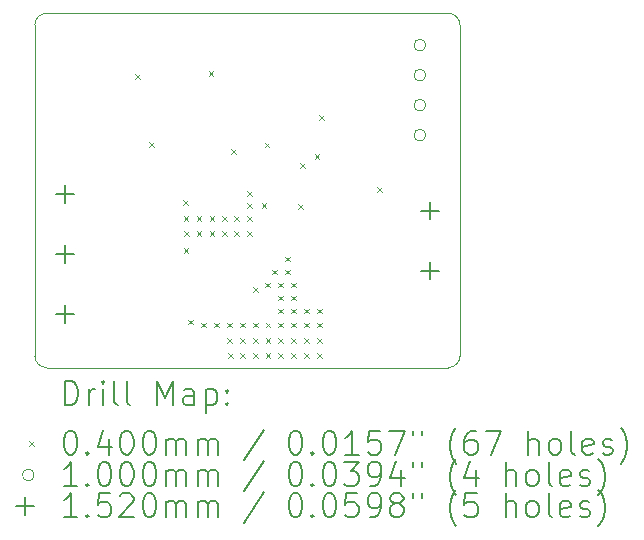
<source format=gbr>
%TF.GenerationSoftware,KiCad,Pcbnew,8.0.1*%
%TF.CreationDate,2024-03-27T22:14:37+01:00*%
%TF.ProjectId,kurumi,6b757275-6d69-42e6-9b69-6361645f7063,rev?*%
%TF.SameCoordinates,Original*%
%TF.FileFunction,Drillmap*%
%TF.FilePolarity,Positive*%
%FSLAX45Y45*%
G04 Gerber Fmt 4.5, Leading zero omitted, Abs format (unit mm)*
G04 Created by KiCad (PCBNEW 8.0.1) date 2024-03-27 22:14:37*
%MOMM*%
%LPD*%
G01*
G04 APERTURE LIST*
%ADD10C,0.100000*%
%ADD11C,0.200000*%
%ADD12C,0.152000*%
G04 APERTURE END LIST*
D10*
X4960000Y-4110000D02*
G75*
G02*
X4860000Y-4210000I-100000J0D01*
G01*
X1360000Y-4110000D02*
X1360000Y-1310000D01*
X1460000Y-4210000D02*
G75*
G02*
X1360000Y-4110000I0J100000D01*
G01*
X1460000Y-1210000D02*
X4860000Y-1210000D01*
X4860000Y-4210000D02*
X1460000Y-4210000D01*
X4860000Y-1210000D02*
G75*
G02*
X4960000Y-1310000I0J-100000D01*
G01*
X4960000Y-1310000D02*
X4960000Y-4110000D01*
X1360000Y-1310000D02*
G75*
G02*
X1460000Y-1210000I100000J0D01*
G01*
D11*
D10*
X2207500Y-1727500D02*
X2247500Y-1767500D01*
X2247500Y-1727500D02*
X2207500Y-1767500D01*
X2327000Y-2302000D02*
X2367000Y-2342000D01*
X2367000Y-2302000D02*
X2327000Y-2342000D01*
X2615000Y-2790000D02*
X2655000Y-2830000D01*
X2655000Y-2790000D02*
X2615000Y-2830000D01*
X2620000Y-2930000D02*
X2660000Y-2970000D01*
X2660000Y-2930000D02*
X2620000Y-2970000D01*
X2620000Y-3200000D02*
X2660000Y-3240000D01*
X2660000Y-3200000D02*
X2620000Y-3240000D01*
X2625000Y-3055000D02*
X2665000Y-3095000D01*
X2665000Y-3055000D02*
X2625000Y-3095000D01*
X2657500Y-3805000D02*
X2697500Y-3845000D01*
X2697500Y-3805000D02*
X2657500Y-3845000D01*
X2730000Y-2930000D02*
X2770000Y-2970000D01*
X2770000Y-2930000D02*
X2730000Y-2970000D01*
X2730000Y-3055000D02*
X2770000Y-3095000D01*
X2770000Y-3055000D02*
X2730000Y-3095000D01*
X2770000Y-3830000D02*
X2810000Y-3870000D01*
X2810000Y-3830000D02*
X2770000Y-3870000D01*
X2830963Y-1699711D02*
X2870963Y-1739711D01*
X2870963Y-1699711D02*
X2830963Y-1739711D01*
X2840000Y-2930000D02*
X2880000Y-2970000D01*
X2880000Y-2930000D02*
X2840000Y-2970000D01*
X2840000Y-3055000D02*
X2880000Y-3095000D01*
X2880000Y-3055000D02*
X2840000Y-3095000D01*
X2880000Y-3830000D02*
X2920000Y-3870000D01*
X2920000Y-3830000D02*
X2880000Y-3870000D01*
X2945000Y-2930000D02*
X2985000Y-2970000D01*
X2985000Y-2930000D02*
X2945000Y-2970000D01*
X2945000Y-3055000D02*
X2985000Y-3095000D01*
X2985000Y-3055000D02*
X2945000Y-3095000D01*
X2990000Y-3830000D02*
X3030000Y-3870000D01*
X3030000Y-3830000D02*
X2990000Y-3870000D01*
X2990000Y-3960000D02*
X3030000Y-4000000D01*
X3030000Y-3960000D02*
X2990000Y-4000000D01*
X2995000Y-4085000D02*
X3035000Y-4125000D01*
X3035000Y-4085000D02*
X2995000Y-4125000D01*
X3020000Y-2360000D02*
X3060000Y-2400000D01*
X3060000Y-2360000D02*
X3020000Y-2400000D01*
X3050000Y-2930000D02*
X3090000Y-2970000D01*
X3090000Y-2930000D02*
X3050000Y-2970000D01*
X3050000Y-3055000D02*
X3090000Y-3095000D01*
X3090000Y-3055000D02*
X3050000Y-3095000D01*
X3100000Y-3830000D02*
X3140000Y-3870000D01*
X3140000Y-3830000D02*
X3100000Y-3870000D01*
X3100000Y-3960000D02*
X3140000Y-4000000D01*
X3140000Y-3960000D02*
X3100000Y-4000000D01*
X3100000Y-4085000D02*
X3140000Y-4125000D01*
X3140000Y-4085000D02*
X3100000Y-4125000D01*
X3160000Y-2715000D02*
X3200000Y-2755000D01*
X3200000Y-2715000D02*
X3160000Y-2755000D01*
X3160000Y-2820000D02*
X3200000Y-2860000D01*
X3200000Y-2820000D02*
X3160000Y-2860000D01*
X3160000Y-2930000D02*
X3200000Y-2970000D01*
X3200000Y-2930000D02*
X3160000Y-2970000D01*
X3160000Y-3055000D02*
X3200000Y-3095000D01*
X3200000Y-3055000D02*
X3160000Y-3095000D01*
X3210000Y-3530000D02*
X3250000Y-3570000D01*
X3250000Y-3530000D02*
X3210000Y-3570000D01*
X3210000Y-3830000D02*
X3250000Y-3870000D01*
X3250000Y-3830000D02*
X3210000Y-3870000D01*
X3210000Y-3960000D02*
X3250000Y-4000000D01*
X3250000Y-3960000D02*
X3210000Y-4000000D01*
X3210000Y-4085000D02*
X3250000Y-4125000D01*
X3250000Y-4085000D02*
X3210000Y-4125000D01*
X3280000Y-2820000D02*
X3320000Y-2860000D01*
X3320000Y-2820000D02*
X3280000Y-2860000D01*
X3305000Y-2305000D02*
X3345000Y-2345000D01*
X3345000Y-2305000D02*
X3305000Y-2345000D01*
X3310000Y-3490000D02*
X3350000Y-3530000D01*
X3350000Y-3490000D02*
X3310000Y-3530000D01*
X3315000Y-3830000D02*
X3355000Y-3870000D01*
X3355000Y-3830000D02*
X3315000Y-3870000D01*
X3315000Y-3960000D02*
X3355000Y-4000000D01*
X3355000Y-3960000D02*
X3315000Y-4000000D01*
X3315000Y-4085000D02*
X3355000Y-4125000D01*
X3355000Y-4085000D02*
X3315000Y-4125000D01*
X3370000Y-3380000D02*
X3410000Y-3420000D01*
X3410000Y-3380000D02*
X3370000Y-3420000D01*
X3420000Y-3490000D02*
X3460000Y-3530000D01*
X3460000Y-3490000D02*
X3420000Y-3530000D01*
X3420000Y-3600000D02*
X3460000Y-3640000D01*
X3460000Y-3600000D02*
X3420000Y-3640000D01*
X3420000Y-3710000D02*
X3460000Y-3750000D01*
X3460000Y-3710000D02*
X3420000Y-3750000D01*
X3420000Y-3830000D02*
X3460000Y-3870000D01*
X3460000Y-3830000D02*
X3420000Y-3870000D01*
X3420000Y-3960000D02*
X3460000Y-4000000D01*
X3460000Y-3960000D02*
X3420000Y-4000000D01*
X3420000Y-4085000D02*
X3460000Y-4125000D01*
X3460000Y-4085000D02*
X3420000Y-4125000D01*
X3480000Y-3270000D02*
X3520000Y-3310000D01*
X3520000Y-3270000D02*
X3480000Y-3310000D01*
X3480000Y-3380000D02*
X3520000Y-3420000D01*
X3520000Y-3380000D02*
X3480000Y-3420000D01*
X3530000Y-3490000D02*
X3570000Y-3530000D01*
X3570000Y-3490000D02*
X3530000Y-3530000D01*
X3530000Y-3600000D02*
X3570000Y-3640000D01*
X3570000Y-3600000D02*
X3530000Y-3640000D01*
X3530000Y-3710000D02*
X3570000Y-3750000D01*
X3570000Y-3710000D02*
X3530000Y-3750000D01*
X3530000Y-3830000D02*
X3570000Y-3870000D01*
X3570000Y-3830000D02*
X3530000Y-3870000D01*
X3530000Y-3960000D02*
X3570000Y-4000000D01*
X3570000Y-3960000D02*
X3530000Y-4000000D01*
X3530000Y-4085000D02*
X3570000Y-4125000D01*
X3570000Y-4085000D02*
X3530000Y-4125000D01*
X3590000Y-2825000D02*
X3630000Y-2865000D01*
X3630000Y-2825000D02*
X3590000Y-2865000D01*
X3605000Y-2480000D02*
X3645000Y-2520000D01*
X3645000Y-2480000D02*
X3605000Y-2520000D01*
X3640000Y-3710000D02*
X3680000Y-3750000D01*
X3680000Y-3710000D02*
X3640000Y-3750000D01*
X3640000Y-3830000D02*
X3680000Y-3870000D01*
X3680000Y-3830000D02*
X3640000Y-3870000D01*
X3640000Y-3960000D02*
X3680000Y-4000000D01*
X3680000Y-3960000D02*
X3640000Y-4000000D01*
X3640000Y-4085000D02*
X3680000Y-4125000D01*
X3680000Y-4085000D02*
X3640000Y-4125000D01*
X3730000Y-2400000D02*
X3770000Y-2440000D01*
X3770000Y-2400000D02*
X3730000Y-2440000D01*
X3750000Y-3710000D02*
X3790000Y-3750000D01*
X3790000Y-3710000D02*
X3750000Y-3750000D01*
X3750000Y-3830000D02*
X3790000Y-3870000D01*
X3790000Y-3830000D02*
X3750000Y-3870000D01*
X3750000Y-3960000D02*
X3790000Y-4000000D01*
X3790000Y-3960000D02*
X3750000Y-4000000D01*
X3750000Y-4085000D02*
X3790000Y-4125000D01*
X3790000Y-4085000D02*
X3750000Y-4125000D01*
X3765000Y-2070000D02*
X3805000Y-2110000D01*
X3805000Y-2070000D02*
X3765000Y-2110000D01*
X4260000Y-2680000D02*
X4300000Y-2720000D01*
X4300000Y-2680000D02*
X4260000Y-2720000D01*
X4670000Y-1480000D02*
G75*
G02*
X4570000Y-1480000I-50000J0D01*
G01*
X4570000Y-1480000D02*
G75*
G02*
X4670000Y-1480000I50000J0D01*
G01*
X4670000Y-1734000D02*
G75*
G02*
X4570000Y-1734000I-50000J0D01*
G01*
X4570000Y-1734000D02*
G75*
G02*
X4670000Y-1734000I50000J0D01*
G01*
X4670000Y-1988000D02*
G75*
G02*
X4570000Y-1988000I-50000J0D01*
G01*
X4570000Y-1988000D02*
G75*
G02*
X4670000Y-1988000I50000J0D01*
G01*
X4670000Y-2242000D02*
G75*
G02*
X4570000Y-2242000I-50000J0D01*
G01*
X4570000Y-2242000D02*
G75*
G02*
X4670000Y-2242000I50000J0D01*
G01*
D12*
X1615000Y-2666000D02*
X1615000Y-2818000D01*
X1539000Y-2742000D02*
X1691000Y-2742000D01*
X1615000Y-3174000D02*
X1615000Y-3326000D01*
X1539000Y-3250000D02*
X1691000Y-3250000D01*
X1615000Y-3682000D02*
X1615000Y-3834000D01*
X1539000Y-3758000D02*
X1691000Y-3758000D01*
X4710000Y-2804000D02*
X4710000Y-2956000D01*
X4634000Y-2880000D02*
X4786000Y-2880000D01*
X4710000Y-3312000D02*
X4710000Y-3464000D01*
X4634000Y-3388000D02*
X4786000Y-3388000D01*
D11*
X1615777Y-4526484D02*
X1615777Y-4326484D01*
X1615777Y-4326484D02*
X1663396Y-4326484D01*
X1663396Y-4326484D02*
X1691967Y-4336008D01*
X1691967Y-4336008D02*
X1711015Y-4355055D01*
X1711015Y-4355055D02*
X1720539Y-4374103D01*
X1720539Y-4374103D02*
X1730062Y-4412198D01*
X1730062Y-4412198D02*
X1730062Y-4440770D01*
X1730062Y-4440770D02*
X1720539Y-4478865D01*
X1720539Y-4478865D02*
X1711015Y-4497912D01*
X1711015Y-4497912D02*
X1691967Y-4516960D01*
X1691967Y-4516960D02*
X1663396Y-4526484D01*
X1663396Y-4526484D02*
X1615777Y-4526484D01*
X1815777Y-4526484D02*
X1815777Y-4393150D01*
X1815777Y-4431246D02*
X1825301Y-4412198D01*
X1825301Y-4412198D02*
X1834824Y-4402674D01*
X1834824Y-4402674D02*
X1853872Y-4393150D01*
X1853872Y-4393150D02*
X1872920Y-4393150D01*
X1939586Y-4526484D02*
X1939586Y-4393150D01*
X1939586Y-4326484D02*
X1930062Y-4336008D01*
X1930062Y-4336008D02*
X1939586Y-4345531D01*
X1939586Y-4345531D02*
X1949110Y-4336008D01*
X1949110Y-4336008D02*
X1939586Y-4326484D01*
X1939586Y-4326484D02*
X1939586Y-4345531D01*
X2063396Y-4526484D02*
X2044348Y-4516960D01*
X2044348Y-4516960D02*
X2034824Y-4497912D01*
X2034824Y-4497912D02*
X2034824Y-4326484D01*
X2168158Y-4526484D02*
X2149110Y-4516960D01*
X2149110Y-4516960D02*
X2139586Y-4497912D01*
X2139586Y-4497912D02*
X2139586Y-4326484D01*
X2396729Y-4526484D02*
X2396729Y-4326484D01*
X2396729Y-4326484D02*
X2463396Y-4469341D01*
X2463396Y-4469341D02*
X2530063Y-4326484D01*
X2530063Y-4326484D02*
X2530063Y-4526484D01*
X2711015Y-4526484D02*
X2711015Y-4421722D01*
X2711015Y-4421722D02*
X2701491Y-4402674D01*
X2701491Y-4402674D02*
X2682444Y-4393150D01*
X2682444Y-4393150D02*
X2644348Y-4393150D01*
X2644348Y-4393150D02*
X2625301Y-4402674D01*
X2711015Y-4516960D02*
X2691967Y-4526484D01*
X2691967Y-4526484D02*
X2644348Y-4526484D01*
X2644348Y-4526484D02*
X2625301Y-4516960D01*
X2625301Y-4516960D02*
X2615777Y-4497912D01*
X2615777Y-4497912D02*
X2615777Y-4478865D01*
X2615777Y-4478865D02*
X2625301Y-4459817D01*
X2625301Y-4459817D02*
X2644348Y-4450293D01*
X2644348Y-4450293D02*
X2691967Y-4450293D01*
X2691967Y-4450293D02*
X2711015Y-4440770D01*
X2806253Y-4393150D02*
X2806253Y-4593150D01*
X2806253Y-4402674D02*
X2825301Y-4393150D01*
X2825301Y-4393150D02*
X2863396Y-4393150D01*
X2863396Y-4393150D02*
X2882443Y-4402674D01*
X2882443Y-4402674D02*
X2891967Y-4412198D01*
X2891967Y-4412198D02*
X2901491Y-4431246D01*
X2901491Y-4431246D02*
X2901491Y-4488389D01*
X2901491Y-4488389D02*
X2891967Y-4507436D01*
X2891967Y-4507436D02*
X2882443Y-4516960D01*
X2882443Y-4516960D02*
X2863396Y-4526484D01*
X2863396Y-4526484D02*
X2825301Y-4526484D01*
X2825301Y-4526484D02*
X2806253Y-4516960D01*
X2987205Y-4507436D02*
X2996729Y-4516960D01*
X2996729Y-4516960D02*
X2987205Y-4526484D01*
X2987205Y-4526484D02*
X2977682Y-4516960D01*
X2977682Y-4516960D02*
X2987205Y-4507436D01*
X2987205Y-4507436D02*
X2987205Y-4526484D01*
X2987205Y-4402674D02*
X2996729Y-4412198D01*
X2996729Y-4412198D02*
X2987205Y-4421722D01*
X2987205Y-4421722D02*
X2977682Y-4412198D01*
X2977682Y-4412198D02*
X2987205Y-4402674D01*
X2987205Y-4402674D02*
X2987205Y-4421722D01*
D10*
X1315000Y-4835000D02*
X1355000Y-4875000D01*
X1355000Y-4835000D02*
X1315000Y-4875000D01*
D11*
X1653872Y-4746484D02*
X1672920Y-4746484D01*
X1672920Y-4746484D02*
X1691967Y-4756008D01*
X1691967Y-4756008D02*
X1701491Y-4765531D01*
X1701491Y-4765531D02*
X1711015Y-4784579D01*
X1711015Y-4784579D02*
X1720539Y-4822674D01*
X1720539Y-4822674D02*
X1720539Y-4870293D01*
X1720539Y-4870293D02*
X1711015Y-4908389D01*
X1711015Y-4908389D02*
X1701491Y-4927436D01*
X1701491Y-4927436D02*
X1691967Y-4936960D01*
X1691967Y-4936960D02*
X1672920Y-4946484D01*
X1672920Y-4946484D02*
X1653872Y-4946484D01*
X1653872Y-4946484D02*
X1634824Y-4936960D01*
X1634824Y-4936960D02*
X1625301Y-4927436D01*
X1625301Y-4927436D02*
X1615777Y-4908389D01*
X1615777Y-4908389D02*
X1606253Y-4870293D01*
X1606253Y-4870293D02*
X1606253Y-4822674D01*
X1606253Y-4822674D02*
X1615777Y-4784579D01*
X1615777Y-4784579D02*
X1625301Y-4765531D01*
X1625301Y-4765531D02*
X1634824Y-4756008D01*
X1634824Y-4756008D02*
X1653872Y-4746484D01*
X1806253Y-4927436D02*
X1815777Y-4936960D01*
X1815777Y-4936960D02*
X1806253Y-4946484D01*
X1806253Y-4946484D02*
X1796729Y-4936960D01*
X1796729Y-4936960D02*
X1806253Y-4927436D01*
X1806253Y-4927436D02*
X1806253Y-4946484D01*
X1987205Y-4813150D02*
X1987205Y-4946484D01*
X1939586Y-4736960D02*
X1891967Y-4879817D01*
X1891967Y-4879817D02*
X2015777Y-4879817D01*
X2130063Y-4746484D02*
X2149110Y-4746484D01*
X2149110Y-4746484D02*
X2168158Y-4756008D01*
X2168158Y-4756008D02*
X2177682Y-4765531D01*
X2177682Y-4765531D02*
X2187205Y-4784579D01*
X2187205Y-4784579D02*
X2196729Y-4822674D01*
X2196729Y-4822674D02*
X2196729Y-4870293D01*
X2196729Y-4870293D02*
X2187205Y-4908389D01*
X2187205Y-4908389D02*
X2177682Y-4927436D01*
X2177682Y-4927436D02*
X2168158Y-4936960D01*
X2168158Y-4936960D02*
X2149110Y-4946484D01*
X2149110Y-4946484D02*
X2130063Y-4946484D01*
X2130063Y-4946484D02*
X2111015Y-4936960D01*
X2111015Y-4936960D02*
X2101491Y-4927436D01*
X2101491Y-4927436D02*
X2091967Y-4908389D01*
X2091967Y-4908389D02*
X2082443Y-4870293D01*
X2082443Y-4870293D02*
X2082443Y-4822674D01*
X2082443Y-4822674D02*
X2091967Y-4784579D01*
X2091967Y-4784579D02*
X2101491Y-4765531D01*
X2101491Y-4765531D02*
X2111015Y-4756008D01*
X2111015Y-4756008D02*
X2130063Y-4746484D01*
X2320539Y-4746484D02*
X2339586Y-4746484D01*
X2339586Y-4746484D02*
X2358634Y-4756008D01*
X2358634Y-4756008D02*
X2368158Y-4765531D01*
X2368158Y-4765531D02*
X2377682Y-4784579D01*
X2377682Y-4784579D02*
X2387205Y-4822674D01*
X2387205Y-4822674D02*
X2387205Y-4870293D01*
X2387205Y-4870293D02*
X2377682Y-4908389D01*
X2377682Y-4908389D02*
X2368158Y-4927436D01*
X2368158Y-4927436D02*
X2358634Y-4936960D01*
X2358634Y-4936960D02*
X2339586Y-4946484D01*
X2339586Y-4946484D02*
X2320539Y-4946484D01*
X2320539Y-4946484D02*
X2301491Y-4936960D01*
X2301491Y-4936960D02*
X2291967Y-4927436D01*
X2291967Y-4927436D02*
X2282444Y-4908389D01*
X2282444Y-4908389D02*
X2272920Y-4870293D01*
X2272920Y-4870293D02*
X2272920Y-4822674D01*
X2272920Y-4822674D02*
X2282444Y-4784579D01*
X2282444Y-4784579D02*
X2291967Y-4765531D01*
X2291967Y-4765531D02*
X2301491Y-4756008D01*
X2301491Y-4756008D02*
X2320539Y-4746484D01*
X2472920Y-4946484D02*
X2472920Y-4813150D01*
X2472920Y-4832198D02*
X2482444Y-4822674D01*
X2482444Y-4822674D02*
X2501491Y-4813150D01*
X2501491Y-4813150D02*
X2530063Y-4813150D01*
X2530063Y-4813150D02*
X2549110Y-4822674D01*
X2549110Y-4822674D02*
X2558634Y-4841722D01*
X2558634Y-4841722D02*
X2558634Y-4946484D01*
X2558634Y-4841722D02*
X2568158Y-4822674D01*
X2568158Y-4822674D02*
X2587205Y-4813150D01*
X2587205Y-4813150D02*
X2615777Y-4813150D01*
X2615777Y-4813150D02*
X2634825Y-4822674D01*
X2634825Y-4822674D02*
X2644348Y-4841722D01*
X2644348Y-4841722D02*
X2644348Y-4946484D01*
X2739586Y-4946484D02*
X2739586Y-4813150D01*
X2739586Y-4832198D02*
X2749110Y-4822674D01*
X2749110Y-4822674D02*
X2768158Y-4813150D01*
X2768158Y-4813150D02*
X2796729Y-4813150D01*
X2796729Y-4813150D02*
X2815777Y-4822674D01*
X2815777Y-4822674D02*
X2825301Y-4841722D01*
X2825301Y-4841722D02*
X2825301Y-4946484D01*
X2825301Y-4841722D02*
X2834824Y-4822674D01*
X2834824Y-4822674D02*
X2853872Y-4813150D01*
X2853872Y-4813150D02*
X2882443Y-4813150D01*
X2882443Y-4813150D02*
X2901491Y-4822674D01*
X2901491Y-4822674D02*
X2911015Y-4841722D01*
X2911015Y-4841722D02*
X2911015Y-4946484D01*
X3301491Y-4736960D02*
X3130063Y-4994103D01*
X3558634Y-4746484D02*
X3577682Y-4746484D01*
X3577682Y-4746484D02*
X3596729Y-4756008D01*
X3596729Y-4756008D02*
X3606253Y-4765531D01*
X3606253Y-4765531D02*
X3615777Y-4784579D01*
X3615777Y-4784579D02*
X3625301Y-4822674D01*
X3625301Y-4822674D02*
X3625301Y-4870293D01*
X3625301Y-4870293D02*
X3615777Y-4908389D01*
X3615777Y-4908389D02*
X3606253Y-4927436D01*
X3606253Y-4927436D02*
X3596729Y-4936960D01*
X3596729Y-4936960D02*
X3577682Y-4946484D01*
X3577682Y-4946484D02*
X3558634Y-4946484D01*
X3558634Y-4946484D02*
X3539586Y-4936960D01*
X3539586Y-4936960D02*
X3530063Y-4927436D01*
X3530063Y-4927436D02*
X3520539Y-4908389D01*
X3520539Y-4908389D02*
X3511015Y-4870293D01*
X3511015Y-4870293D02*
X3511015Y-4822674D01*
X3511015Y-4822674D02*
X3520539Y-4784579D01*
X3520539Y-4784579D02*
X3530063Y-4765531D01*
X3530063Y-4765531D02*
X3539586Y-4756008D01*
X3539586Y-4756008D02*
X3558634Y-4746484D01*
X3711015Y-4927436D02*
X3720539Y-4936960D01*
X3720539Y-4936960D02*
X3711015Y-4946484D01*
X3711015Y-4946484D02*
X3701491Y-4936960D01*
X3701491Y-4936960D02*
X3711015Y-4927436D01*
X3711015Y-4927436D02*
X3711015Y-4946484D01*
X3844348Y-4746484D02*
X3863396Y-4746484D01*
X3863396Y-4746484D02*
X3882444Y-4756008D01*
X3882444Y-4756008D02*
X3891967Y-4765531D01*
X3891967Y-4765531D02*
X3901491Y-4784579D01*
X3901491Y-4784579D02*
X3911015Y-4822674D01*
X3911015Y-4822674D02*
X3911015Y-4870293D01*
X3911015Y-4870293D02*
X3901491Y-4908389D01*
X3901491Y-4908389D02*
X3891967Y-4927436D01*
X3891967Y-4927436D02*
X3882444Y-4936960D01*
X3882444Y-4936960D02*
X3863396Y-4946484D01*
X3863396Y-4946484D02*
X3844348Y-4946484D01*
X3844348Y-4946484D02*
X3825301Y-4936960D01*
X3825301Y-4936960D02*
X3815777Y-4927436D01*
X3815777Y-4927436D02*
X3806253Y-4908389D01*
X3806253Y-4908389D02*
X3796729Y-4870293D01*
X3796729Y-4870293D02*
X3796729Y-4822674D01*
X3796729Y-4822674D02*
X3806253Y-4784579D01*
X3806253Y-4784579D02*
X3815777Y-4765531D01*
X3815777Y-4765531D02*
X3825301Y-4756008D01*
X3825301Y-4756008D02*
X3844348Y-4746484D01*
X4101491Y-4946484D02*
X3987206Y-4946484D01*
X4044348Y-4946484D02*
X4044348Y-4746484D01*
X4044348Y-4746484D02*
X4025301Y-4775055D01*
X4025301Y-4775055D02*
X4006253Y-4794103D01*
X4006253Y-4794103D02*
X3987206Y-4803627D01*
X4282444Y-4746484D02*
X4187206Y-4746484D01*
X4187206Y-4746484D02*
X4177682Y-4841722D01*
X4177682Y-4841722D02*
X4187206Y-4832198D01*
X4187206Y-4832198D02*
X4206253Y-4822674D01*
X4206253Y-4822674D02*
X4253872Y-4822674D01*
X4253872Y-4822674D02*
X4272920Y-4832198D01*
X4272920Y-4832198D02*
X4282444Y-4841722D01*
X4282444Y-4841722D02*
X4291968Y-4860770D01*
X4291968Y-4860770D02*
X4291968Y-4908389D01*
X4291968Y-4908389D02*
X4282444Y-4927436D01*
X4282444Y-4927436D02*
X4272920Y-4936960D01*
X4272920Y-4936960D02*
X4253872Y-4946484D01*
X4253872Y-4946484D02*
X4206253Y-4946484D01*
X4206253Y-4946484D02*
X4187206Y-4936960D01*
X4187206Y-4936960D02*
X4177682Y-4927436D01*
X4358634Y-4746484D02*
X4491968Y-4746484D01*
X4491968Y-4746484D02*
X4406253Y-4946484D01*
X4558634Y-4746484D02*
X4558634Y-4784579D01*
X4634825Y-4746484D02*
X4634825Y-4784579D01*
X4930063Y-5022674D02*
X4920539Y-5013150D01*
X4920539Y-5013150D02*
X4901491Y-4984579D01*
X4901491Y-4984579D02*
X4891968Y-4965531D01*
X4891968Y-4965531D02*
X4882444Y-4936960D01*
X4882444Y-4936960D02*
X4872920Y-4889341D01*
X4872920Y-4889341D02*
X4872920Y-4851246D01*
X4872920Y-4851246D02*
X4882444Y-4803627D01*
X4882444Y-4803627D02*
X4891968Y-4775055D01*
X4891968Y-4775055D02*
X4901491Y-4756008D01*
X4901491Y-4756008D02*
X4920539Y-4727436D01*
X4920539Y-4727436D02*
X4930063Y-4717912D01*
X5091968Y-4746484D02*
X5053872Y-4746484D01*
X5053872Y-4746484D02*
X5034825Y-4756008D01*
X5034825Y-4756008D02*
X5025301Y-4765531D01*
X5025301Y-4765531D02*
X5006253Y-4794103D01*
X5006253Y-4794103D02*
X4996730Y-4832198D01*
X4996730Y-4832198D02*
X4996730Y-4908389D01*
X4996730Y-4908389D02*
X5006253Y-4927436D01*
X5006253Y-4927436D02*
X5015777Y-4936960D01*
X5015777Y-4936960D02*
X5034825Y-4946484D01*
X5034825Y-4946484D02*
X5072920Y-4946484D01*
X5072920Y-4946484D02*
X5091968Y-4936960D01*
X5091968Y-4936960D02*
X5101491Y-4927436D01*
X5101491Y-4927436D02*
X5111015Y-4908389D01*
X5111015Y-4908389D02*
X5111015Y-4860770D01*
X5111015Y-4860770D02*
X5101491Y-4841722D01*
X5101491Y-4841722D02*
X5091968Y-4832198D01*
X5091968Y-4832198D02*
X5072920Y-4822674D01*
X5072920Y-4822674D02*
X5034825Y-4822674D01*
X5034825Y-4822674D02*
X5015777Y-4832198D01*
X5015777Y-4832198D02*
X5006253Y-4841722D01*
X5006253Y-4841722D02*
X4996730Y-4860770D01*
X5177682Y-4746484D02*
X5311015Y-4746484D01*
X5311015Y-4746484D02*
X5225301Y-4946484D01*
X5539587Y-4946484D02*
X5539587Y-4746484D01*
X5625301Y-4946484D02*
X5625301Y-4841722D01*
X5625301Y-4841722D02*
X5615777Y-4822674D01*
X5615777Y-4822674D02*
X5596730Y-4813150D01*
X5596730Y-4813150D02*
X5568158Y-4813150D01*
X5568158Y-4813150D02*
X5549111Y-4822674D01*
X5549111Y-4822674D02*
X5539587Y-4832198D01*
X5749110Y-4946484D02*
X5730063Y-4936960D01*
X5730063Y-4936960D02*
X5720539Y-4927436D01*
X5720539Y-4927436D02*
X5711015Y-4908389D01*
X5711015Y-4908389D02*
X5711015Y-4851246D01*
X5711015Y-4851246D02*
X5720539Y-4832198D01*
X5720539Y-4832198D02*
X5730063Y-4822674D01*
X5730063Y-4822674D02*
X5749110Y-4813150D01*
X5749110Y-4813150D02*
X5777682Y-4813150D01*
X5777682Y-4813150D02*
X5796730Y-4822674D01*
X5796730Y-4822674D02*
X5806253Y-4832198D01*
X5806253Y-4832198D02*
X5815777Y-4851246D01*
X5815777Y-4851246D02*
X5815777Y-4908389D01*
X5815777Y-4908389D02*
X5806253Y-4927436D01*
X5806253Y-4927436D02*
X5796730Y-4936960D01*
X5796730Y-4936960D02*
X5777682Y-4946484D01*
X5777682Y-4946484D02*
X5749110Y-4946484D01*
X5930063Y-4946484D02*
X5911015Y-4936960D01*
X5911015Y-4936960D02*
X5901491Y-4917912D01*
X5901491Y-4917912D02*
X5901491Y-4746484D01*
X6082444Y-4936960D02*
X6063396Y-4946484D01*
X6063396Y-4946484D02*
X6025301Y-4946484D01*
X6025301Y-4946484D02*
X6006253Y-4936960D01*
X6006253Y-4936960D02*
X5996730Y-4917912D01*
X5996730Y-4917912D02*
X5996730Y-4841722D01*
X5996730Y-4841722D02*
X6006253Y-4822674D01*
X6006253Y-4822674D02*
X6025301Y-4813150D01*
X6025301Y-4813150D02*
X6063396Y-4813150D01*
X6063396Y-4813150D02*
X6082444Y-4822674D01*
X6082444Y-4822674D02*
X6091968Y-4841722D01*
X6091968Y-4841722D02*
X6091968Y-4860770D01*
X6091968Y-4860770D02*
X5996730Y-4879817D01*
X6168158Y-4936960D02*
X6187206Y-4946484D01*
X6187206Y-4946484D02*
X6225301Y-4946484D01*
X6225301Y-4946484D02*
X6244349Y-4936960D01*
X6244349Y-4936960D02*
X6253872Y-4917912D01*
X6253872Y-4917912D02*
X6253872Y-4908389D01*
X6253872Y-4908389D02*
X6244349Y-4889341D01*
X6244349Y-4889341D02*
X6225301Y-4879817D01*
X6225301Y-4879817D02*
X6196730Y-4879817D01*
X6196730Y-4879817D02*
X6177682Y-4870293D01*
X6177682Y-4870293D02*
X6168158Y-4851246D01*
X6168158Y-4851246D02*
X6168158Y-4841722D01*
X6168158Y-4841722D02*
X6177682Y-4822674D01*
X6177682Y-4822674D02*
X6196730Y-4813150D01*
X6196730Y-4813150D02*
X6225301Y-4813150D01*
X6225301Y-4813150D02*
X6244349Y-4822674D01*
X6320539Y-5022674D02*
X6330063Y-5013150D01*
X6330063Y-5013150D02*
X6349111Y-4984579D01*
X6349111Y-4984579D02*
X6358634Y-4965531D01*
X6358634Y-4965531D02*
X6368158Y-4936960D01*
X6368158Y-4936960D02*
X6377682Y-4889341D01*
X6377682Y-4889341D02*
X6377682Y-4851246D01*
X6377682Y-4851246D02*
X6368158Y-4803627D01*
X6368158Y-4803627D02*
X6358634Y-4775055D01*
X6358634Y-4775055D02*
X6349111Y-4756008D01*
X6349111Y-4756008D02*
X6330063Y-4727436D01*
X6330063Y-4727436D02*
X6320539Y-4717912D01*
D10*
X1355000Y-5119000D02*
G75*
G02*
X1255000Y-5119000I-50000J0D01*
G01*
X1255000Y-5119000D02*
G75*
G02*
X1355000Y-5119000I50000J0D01*
G01*
D11*
X1720539Y-5210484D02*
X1606253Y-5210484D01*
X1663396Y-5210484D02*
X1663396Y-5010484D01*
X1663396Y-5010484D02*
X1644348Y-5039055D01*
X1644348Y-5039055D02*
X1625301Y-5058103D01*
X1625301Y-5058103D02*
X1606253Y-5067627D01*
X1806253Y-5191436D02*
X1815777Y-5200960D01*
X1815777Y-5200960D02*
X1806253Y-5210484D01*
X1806253Y-5210484D02*
X1796729Y-5200960D01*
X1796729Y-5200960D02*
X1806253Y-5191436D01*
X1806253Y-5191436D02*
X1806253Y-5210484D01*
X1939586Y-5010484D02*
X1958634Y-5010484D01*
X1958634Y-5010484D02*
X1977682Y-5020008D01*
X1977682Y-5020008D02*
X1987205Y-5029531D01*
X1987205Y-5029531D02*
X1996729Y-5048579D01*
X1996729Y-5048579D02*
X2006253Y-5086674D01*
X2006253Y-5086674D02*
X2006253Y-5134293D01*
X2006253Y-5134293D02*
X1996729Y-5172389D01*
X1996729Y-5172389D02*
X1987205Y-5191436D01*
X1987205Y-5191436D02*
X1977682Y-5200960D01*
X1977682Y-5200960D02*
X1958634Y-5210484D01*
X1958634Y-5210484D02*
X1939586Y-5210484D01*
X1939586Y-5210484D02*
X1920539Y-5200960D01*
X1920539Y-5200960D02*
X1911015Y-5191436D01*
X1911015Y-5191436D02*
X1901491Y-5172389D01*
X1901491Y-5172389D02*
X1891967Y-5134293D01*
X1891967Y-5134293D02*
X1891967Y-5086674D01*
X1891967Y-5086674D02*
X1901491Y-5048579D01*
X1901491Y-5048579D02*
X1911015Y-5029531D01*
X1911015Y-5029531D02*
X1920539Y-5020008D01*
X1920539Y-5020008D02*
X1939586Y-5010484D01*
X2130063Y-5010484D02*
X2149110Y-5010484D01*
X2149110Y-5010484D02*
X2168158Y-5020008D01*
X2168158Y-5020008D02*
X2177682Y-5029531D01*
X2177682Y-5029531D02*
X2187205Y-5048579D01*
X2187205Y-5048579D02*
X2196729Y-5086674D01*
X2196729Y-5086674D02*
X2196729Y-5134293D01*
X2196729Y-5134293D02*
X2187205Y-5172389D01*
X2187205Y-5172389D02*
X2177682Y-5191436D01*
X2177682Y-5191436D02*
X2168158Y-5200960D01*
X2168158Y-5200960D02*
X2149110Y-5210484D01*
X2149110Y-5210484D02*
X2130063Y-5210484D01*
X2130063Y-5210484D02*
X2111015Y-5200960D01*
X2111015Y-5200960D02*
X2101491Y-5191436D01*
X2101491Y-5191436D02*
X2091967Y-5172389D01*
X2091967Y-5172389D02*
X2082443Y-5134293D01*
X2082443Y-5134293D02*
X2082443Y-5086674D01*
X2082443Y-5086674D02*
X2091967Y-5048579D01*
X2091967Y-5048579D02*
X2101491Y-5029531D01*
X2101491Y-5029531D02*
X2111015Y-5020008D01*
X2111015Y-5020008D02*
X2130063Y-5010484D01*
X2320539Y-5010484D02*
X2339586Y-5010484D01*
X2339586Y-5010484D02*
X2358634Y-5020008D01*
X2358634Y-5020008D02*
X2368158Y-5029531D01*
X2368158Y-5029531D02*
X2377682Y-5048579D01*
X2377682Y-5048579D02*
X2387205Y-5086674D01*
X2387205Y-5086674D02*
X2387205Y-5134293D01*
X2387205Y-5134293D02*
X2377682Y-5172389D01*
X2377682Y-5172389D02*
X2368158Y-5191436D01*
X2368158Y-5191436D02*
X2358634Y-5200960D01*
X2358634Y-5200960D02*
X2339586Y-5210484D01*
X2339586Y-5210484D02*
X2320539Y-5210484D01*
X2320539Y-5210484D02*
X2301491Y-5200960D01*
X2301491Y-5200960D02*
X2291967Y-5191436D01*
X2291967Y-5191436D02*
X2282444Y-5172389D01*
X2282444Y-5172389D02*
X2272920Y-5134293D01*
X2272920Y-5134293D02*
X2272920Y-5086674D01*
X2272920Y-5086674D02*
X2282444Y-5048579D01*
X2282444Y-5048579D02*
X2291967Y-5029531D01*
X2291967Y-5029531D02*
X2301491Y-5020008D01*
X2301491Y-5020008D02*
X2320539Y-5010484D01*
X2472920Y-5210484D02*
X2472920Y-5077150D01*
X2472920Y-5096198D02*
X2482444Y-5086674D01*
X2482444Y-5086674D02*
X2501491Y-5077150D01*
X2501491Y-5077150D02*
X2530063Y-5077150D01*
X2530063Y-5077150D02*
X2549110Y-5086674D01*
X2549110Y-5086674D02*
X2558634Y-5105722D01*
X2558634Y-5105722D02*
X2558634Y-5210484D01*
X2558634Y-5105722D02*
X2568158Y-5086674D01*
X2568158Y-5086674D02*
X2587205Y-5077150D01*
X2587205Y-5077150D02*
X2615777Y-5077150D01*
X2615777Y-5077150D02*
X2634825Y-5086674D01*
X2634825Y-5086674D02*
X2644348Y-5105722D01*
X2644348Y-5105722D02*
X2644348Y-5210484D01*
X2739586Y-5210484D02*
X2739586Y-5077150D01*
X2739586Y-5096198D02*
X2749110Y-5086674D01*
X2749110Y-5086674D02*
X2768158Y-5077150D01*
X2768158Y-5077150D02*
X2796729Y-5077150D01*
X2796729Y-5077150D02*
X2815777Y-5086674D01*
X2815777Y-5086674D02*
X2825301Y-5105722D01*
X2825301Y-5105722D02*
X2825301Y-5210484D01*
X2825301Y-5105722D02*
X2834824Y-5086674D01*
X2834824Y-5086674D02*
X2853872Y-5077150D01*
X2853872Y-5077150D02*
X2882443Y-5077150D01*
X2882443Y-5077150D02*
X2901491Y-5086674D01*
X2901491Y-5086674D02*
X2911015Y-5105722D01*
X2911015Y-5105722D02*
X2911015Y-5210484D01*
X3301491Y-5000960D02*
X3130063Y-5258103D01*
X3558634Y-5010484D02*
X3577682Y-5010484D01*
X3577682Y-5010484D02*
X3596729Y-5020008D01*
X3596729Y-5020008D02*
X3606253Y-5029531D01*
X3606253Y-5029531D02*
X3615777Y-5048579D01*
X3615777Y-5048579D02*
X3625301Y-5086674D01*
X3625301Y-5086674D02*
X3625301Y-5134293D01*
X3625301Y-5134293D02*
X3615777Y-5172389D01*
X3615777Y-5172389D02*
X3606253Y-5191436D01*
X3606253Y-5191436D02*
X3596729Y-5200960D01*
X3596729Y-5200960D02*
X3577682Y-5210484D01*
X3577682Y-5210484D02*
X3558634Y-5210484D01*
X3558634Y-5210484D02*
X3539586Y-5200960D01*
X3539586Y-5200960D02*
X3530063Y-5191436D01*
X3530063Y-5191436D02*
X3520539Y-5172389D01*
X3520539Y-5172389D02*
X3511015Y-5134293D01*
X3511015Y-5134293D02*
X3511015Y-5086674D01*
X3511015Y-5086674D02*
X3520539Y-5048579D01*
X3520539Y-5048579D02*
X3530063Y-5029531D01*
X3530063Y-5029531D02*
X3539586Y-5020008D01*
X3539586Y-5020008D02*
X3558634Y-5010484D01*
X3711015Y-5191436D02*
X3720539Y-5200960D01*
X3720539Y-5200960D02*
X3711015Y-5210484D01*
X3711015Y-5210484D02*
X3701491Y-5200960D01*
X3701491Y-5200960D02*
X3711015Y-5191436D01*
X3711015Y-5191436D02*
X3711015Y-5210484D01*
X3844348Y-5010484D02*
X3863396Y-5010484D01*
X3863396Y-5010484D02*
X3882444Y-5020008D01*
X3882444Y-5020008D02*
X3891967Y-5029531D01*
X3891967Y-5029531D02*
X3901491Y-5048579D01*
X3901491Y-5048579D02*
X3911015Y-5086674D01*
X3911015Y-5086674D02*
X3911015Y-5134293D01*
X3911015Y-5134293D02*
X3901491Y-5172389D01*
X3901491Y-5172389D02*
X3891967Y-5191436D01*
X3891967Y-5191436D02*
X3882444Y-5200960D01*
X3882444Y-5200960D02*
X3863396Y-5210484D01*
X3863396Y-5210484D02*
X3844348Y-5210484D01*
X3844348Y-5210484D02*
X3825301Y-5200960D01*
X3825301Y-5200960D02*
X3815777Y-5191436D01*
X3815777Y-5191436D02*
X3806253Y-5172389D01*
X3806253Y-5172389D02*
X3796729Y-5134293D01*
X3796729Y-5134293D02*
X3796729Y-5086674D01*
X3796729Y-5086674D02*
X3806253Y-5048579D01*
X3806253Y-5048579D02*
X3815777Y-5029531D01*
X3815777Y-5029531D02*
X3825301Y-5020008D01*
X3825301Y-5020008D02*
X3844348Y-5010484D01*
X3977682Y-5010484D02*
X4101491Y-5010484D01*
X4101491Y-5010484D02*
X4034825Y-5086674D01*
X4034825Y-5086674D02*
X4063396Y-5086674D01*
X4063396Y-5086674D02*
X4082444Y-5096198D01*
X4082444Y-5096198D02*
X4091967Y-5105722D01*
X4091967Y-5105722D02*
X4101491Y-5124770D01*
X4101491Y-5124770D02*
X4101491Y-5172389D01*
X4101491Y-5172389D02*
X4091967Y-5191436D01*
X4091967Y-5191436D02*
X4082444Y-5200960D01*
X4082444Y-5200960D02*
X4063396Y-5210484D01*
X4063396Y-5210484D02*
X4006253Y-5210484D01*
X4006253Y-5210484D02*
X3987206Y-5200960D01*
X3987206Y-5200960D02*
X3977682Y-5191436D01*
X4196729Y-5210484D02*
X4234825Y-5210484D01*
X4234825Y-5210484D02*
X4253872Y-5200960D01*
X4253872Y-5200960D02*
X4263396Y-5191436D01*
X4263396Y-5191436D02*
X4282444Y-5162865D01*
X4282444Y-5162865D02*
X4291968Y-5124770D01*
X4291968Y-5124770D02*
X4291968Y-5048579D01*
X4291968Y-5048579D02*
X4282444Y-5029531D01*
X4282444Y-5029531D02*
X4272920Y-5020008D01*
X4272920Y-5020008D02*
X4253872Y-5010484D01*
X4253872Y-5010484D02*
X4215777Y-5010484D01*
X4215777Y-5010484D02*
X4196729Y-5020008D01*
X4196729Y-5020008D02*
X4187206Y-5029531D01*
X4187206Y-5029531D02*
X4177682Y-5048579D01*
X4177682Y-5048579D02*
X4177682Y-5096198D01*
X4177682Y-5096198D02*
X4187206Y-5115246D01*
X4187206Y-5115246D02*
X4196729Y-5124770D01*
X4196729Y-5124770D02*
X4215777Y-5134293D01*
X4215777Y-5134293D02*
X4253872Y-5134293D01*
X4253872Y-5134293D02*
X4272920Y-5124770D01*
X4272920Y-5124770D02*
X4282444Y-5115246D01*
X4282444Y-5115246D02*
X4291968Y-5096198D01*
X4463396Y-5077150D02*
X4463396Y-5210484D01*
X4415777Y-5000960D02*
X4368158Y-5143817D01*
X4368158Y-5143817D02*
X4491968Y-5143817D01*
X4558634Y-5010484D02*
X4558634Y-5048579D01*
X4634825Y-5010484D02*
X4634825Y-5048579D01*
X4930063Y-5286674D02*
X4920539Y-5277150D01*
X4920539Y-5277150D02*
X4901491Y-5248579D01*
X4901491Y-5248579D02*
X4891968Y-5229531D01*
X4891968Y-5229531D02*
X4882444Y-5200960D01*
X4882444Y-5200960D02*
X4872920Y-5153341D01*
X4872920Y-5153341D02*
X4872920Y-5115246D01*
X4872920Y-5115246D02*
X4882444Y-5067627D01*
X4882444Y-5067627D02*
X4891968Y-5039055D01*
X4891968Y-5039055D02*
X4901491Y-5020008D01*
X4901491Y-5020008D02*
X4920539Y-4991436D01*
X4920539Y-4991436D02*
X4930063Y-4981912D01*
X5091968Y-5077150D02*
X5091968Y-5210484D01*
X5044349Y-5000960D02*
X4996730Y-5143817D01*
X4996730Y-5143817D02*
X5120539Y-5143817D01*
X5349111Y-5210484D02*
X5349111Y-5010484D01*
X5434825Y-5210484D02*
X5434825Y-5105722D01*
X5434825Y-5105722D02*
X5425301Y-5086674D01*
X5425301Y-5086674D02*
X5406253Y-5077150D01*
X5406253Y-5077150D02*
X5377682Y-5077150D01*
X5377682Y-5077150D02*
X5358634Y-5086674D01*
X5358634Y-5086674D02*
X5349111Y-5096198D01*
X5558634Y-5210484D02*
X5539587Y-5200960D01*
X5539587Y-5200960D02*
X5530063Y-5191436D01*
X5530063Y-5191436D02*
X5520539Y-5172389D01*
X5520539Y-5172389D02*
X5520539Y-5115246D01*
X5520539Y-5115246D02*
X5530063Y-5096198D01*
X5530063Y-5096198D02*
X5539587Y-5086674D01*
X5539587Y-5086674D02*
X5558634Y-5077150D01*
X5558634Y-5077150D02*
X5587206Y-5077150D01*
X5587206Y-5077150D02*
X5606253Y-5086674D01*
X5606253Y-5086674D02*
X5615777Y-5096198D01*
X5615777Y-5096198D02*
X5625301Y-5115246D01*
X5625301Y-5115246D02*
X5625301Y-5172389D01*
X5625301Y-5172389D02*
X5615777Y-5191436D01*
X5615777Y-5191436D02*
X5606253Y-5200960D01*
X5606253Y-5200960D02*
X5587206Y-5210484D01*
X5587206Y-5210484D02*
X5558634Y-5210484D01*
X5739587Y-5210484D02*
X5720539Y-5200960D01*
X5720539Y-5200960D02*
X5711015Y-5181912D01*
X5711015Y-5181912D02*
X5711015Y-5010484D01*
X5891968Y-5200960D02*
X5872920Y-5210484D01*
X5872920Y-5210484D02*
X5834825Y-5210484D01*
X5834825Y-5210484D02*
X5815777Y-5200960D01*
X5815777Y-5200960D02*
X5806253Y-5181912D01*
X5806253Y-5181912D02*
X5806253Y-5105722D01*
X5806253Y-5105722D02*
X5815777Y-5086674D01*
X5815777Y-5086674D02*
X5834825Y-5077150D01*
X5834825Y-5077150D02*
X5872920Y-5077150D01*
X5872920Y-5077150D02*
X5891968Y-5086674D01*
X5891968Y-5086674D02*
X5901491Y-5105722D01*
X5901491Y-5105722D02*
X5901491Y-5124770D01*
X5901491Y-5124770D02*
X5806253Y-5143817D01*
X5977682Y-5200960D02*
X5996730Y-5210484D01*
X5996730Y-5210484D02*
X6034825Y-5210484D01*
X6034825Y-5210484D02*
X6053872Y-5200960D01*
X6053872Y-5200960D02*
X6063396Y-5181912D01*
X6063396Y-5181912D02*
X6063396Y-5172389D01*
X6063396Y-5172389D02*
X6053872Y-5153341D01*
X6053872Y-5153341D02*
X6034825Y-5143817D01*
X6034825Y-5143817D02*
X6006253Y-5143817D01*
X6006253Y-5143817D02*
X5987206Y-5134293D01*
X5987206Y-5134293D02*
X5977682Y-5115246D01*
X5977682Y-5115246D02*
X5977682Y-5105722D01*
X5977682Y-5105722D02*
X5987206Y-5086674D01*
X5987206Y-5086674D02*
X6006253Y-5077150D01*
X6006253Y-5077150D02*
X6034825Y-5077150D01*
X6034825Y-5077150D02*
X6053872Y-5086674D01*
X6130063Y-5286674D02*
X6139587Y-5277150D01*
X6139587Y-5277150D02*
X6158634Y-5248579D01*
X6158634Y-5248579D02*
X6168158Y-5229531D01*
X6168158Y-5229531D02*
X6177682Y-5200960D01*
X6177682Y-5200960D02*
X6187206Y-5153341D01*
X6187206Y-5153341D02*
X6187206Y-5115246D01*
X6187206Y-5115246D02*
X6177682Y-5067627D01*
X6177682Y-5067627D02*
X6168158Y-5039055D01*
X6168158Y-5039055D02*
X6158634Y-5020008D01*
X6158634Y-5020008D02*
X6139587Y-4991436D01*
X6139587Y-4991436D02*
X6130063Y-4981912D01*
D12*
X1279000Y-5307000D02*
X1279000Y-5459000D01*
X1203000Y-5383000D02*
X1355000Y-5383000D01*
D11*
X1720539Y-5474484D02*
X1606253Y-5474484D01*
X1663396Y-5474484D02*
X1663396Y-5274484D01*
X1663396Y-5274484D02*
X1644348Y-5303055D01*
X1644348Y-5303055D02*
X1625301Y-5322103D01*
X1625301Y-5322103D02*
X1606253Y-5331627D01*
X1806253Y-5455436D02*
X1815777Y-5464960D01*
X1815777Y-5464960D02*
X1806253Y-5474484D01*
X1806253Y-5474484D02*
X1796729Y-5464960D01*
X1796729Y-5464960D02*
X1806253Y-5455436D01*
X1806253Y-5455436D02*
X1806253Y-5474484D01*
X1996729Y-5274484D02*
X1901491Y-5274484D01*
X1901491Y-5274484D02*
X1891967Y-5369722D01*
X1891967Y-5369722D02*
X1901491Y-5360198D01*
X1901491Y-5360198D02*
X1920539Y-5350674D01*
X1920539Y-5350674D02*
X1968158Y-5350674D01*
X1968158Y-5350674D02*
X1987205Y-5360198D01*
X1987205Y-5360198D02*
X1996729Y-5369722D01*
X1996729Y-5369722D02*
X2006253Y-5388770D01*
X2006253Y-5388770D02*
X2006253Y-5436389D01*
X2006253Y-5436389D02*
X1996729Y-5455436D01*
X1996729Y-5455436D02*
X1987205Y-5464960D01*
X1987205Y-5464960D02*
X1968158Y-5474484D01*
X1968158Y-5474484D02*
X1920539Y-5474484D01*
X1920539Y-5474484D02*
X1901491Y-5464960D01*
X1901491Y-5464960D02*
X1891967Y-5455436D01*
X2082443Y-5293531D02*
X2091967Y-5284008D01*
X2091967Y-5284008D02*
X2111015Y-5274484D01*
X2111015Y-5274484D02*
X2158634Y-5274484D01*
X2158634Y-5274484D02*
X2177682Y-5284008D01*
X2177682Y-5284008D02*
X2187205Y-5293531D01*
X2187205Y-5293531D02*
X2196729Y-5312579D01*
X2196729Y-5312579D02*
X2196729Y-5331627D01*
X2196729Y-5331627D02*
X2187205Y-5360198D01*
X2187205Y-5360198D02*
X2072920Y-5474484D01*
X2072920Y-5474484D02*
X2196729Y-5474484D01*
X2320539Y-5274484D02*
X2339586Y-5274484D01*
X2339586Y-5274484D02*
X2358634Y-5284008D01*
X2358634Y-5284008D02*
X2368158Y-5293531D01*
X2368158Y-5293531D02*
X2377682Y-5312579D01*
X2377682Y-5312579D02*
X2387205Y-5350674D01*
X2387205Y-5350674D02*
X2387205Y-5398293D01*
X2387205Y-5398293D02*
X2377682Y-5436389D01*
X2377682Y-5436389D02*
X2368158Y-5455436D01*
X2368158Y-5455436D02*
X2358634Y-5464960D01*
X2358634Y-5464960D02*
X2339586Y-5474484D01*
X2339586Y-5474484D02*
X2320539Y-5474484D01*
X2320539Y-5474484D02*
X2301491Y-5464960D01*
X2301491Y-5464960D02*
X2291967Y-5455436D01*
X2291967Y-5455436D02*
X2282444Y-5436389D01*
X2282444Y-5436389D02*
X2272920Y-5398293D01*
X2272920Y-5398293D02*
X2272920Y-5350674D01*
X2272920Y-5350674D02*
X2282444Y-5312579D01*
X2282444Y-5312579D02*
X2291967Y-5293531D01*
X2291967Y-5293531D02*
X2301491Y-5284008D01*
X2301491Y-5284008D02*
X2320539Y-5274484D01*
X2472920Y-5474484D02*
X2472920Y-5341150D01*
X2472920Y-5360198D02*
X2482444Y-5350674D01*
X2482444Y-5350674D02*
X2501491Y-5341150D01*
X2501491Y-5341150D02*
X2530063Y-5341150D01*
X2530063Y-5341150D02*
X2549110Y-5350674D01*
X2549110Y-5350674D02*
X2558634Y-5369722D01*
X2558634Y-5369722D02*
X2558634Y-5474484D01*
X2558634Y-5369722D02*
X2568158Y-5350674D01*
X2568158Y-5350674D02*
X2587205Y-5341150D01*
X2587205Y-5341150D02*
X2615777Y-5341150D01*
X2615777Y-5341150D02*
X2634825Y-5350674D01*
X2634825Y-5350674D02*
X2644348Y-5369722D01*
X2644348Y-5369722D02*
X2644348Y-5474484D01*
X2739586Y-5474484D02*
X2739586Y-5341150D01*
X2739586Y-5360198D02*
X2749110Y-5350674D01*
X2749110Y-5350674D02*
X2768158Y-5341150D01*
X2768158Y-5341150D02*
X2796729Y-5341150D01*
X2796729Y-5341150D02*
X2815777Y-5350674D01*
X2815777Y-5350674D02*
X2825301Y-5369722D01*
X2825301Y-5369722D02*
X2825301Y-5474484D01*
X2825301Y-5369722D02*
X2834824Y-5350674D01*
X2834824Y-5350674D02*
X2853872Y-5341150D01*
X2853872Y-5341150D02*
X2882443Y-5341150D01*
X2882443Y-5341150D02*
X2901491Y-5350674D01*
X2901491Y-5350674D02*
X2911015Y-5369722D01*
X2911015Y-5369722D02*
X2911015Y-5474484D01*
X3301491Y-5264960D02*
X3130063Y-5522103D01*
X3558634Y-5274484D02*
X3577682Y-5274484D01*
X3577682Y-5274484D02*
X3596729Y-5284008D01*
X3596729Y-5284008D02*
X3606253Y-5293531D01*
X3606253Y-5293531D02*
X3615777Y-5312579D01*
X3615777Y-5312579D02*
X3625301Y-5350674D01*
X3625301Y-5350674D02*
X3625301Y-5398293D01*
X3625301Y-5398293D02*
X3615777Y-5436389D01*
X3615777Y-5436389D02*
X3606253Y-5455436D01*
X3606253Y-5455436D02*
X3596729Y-5464960D01*
X3596729Y-5464960D02*
X3577682Y-5474484D01*
X3577682Y-5474484D02*
X3558634Y-5474484D01*
X3558634Y-5474484D02*
X3539586Y-5464960D01*
X3539586Y-5464960D02*
X3530063Y-5455436D01*
X3530063Y-5455436D02*
X3520539Y-5436389D01*
X3520539Y-5436389D02*
X3511015Y-5398293D01*
X3511015Y-5398293D02*
X3511015Y-5350674D01*
X3511015Y-5350674D02*
X3520539Y-5312579D01*
X3520539Y-5312579D02*
X3530063Y-5293531D01*
X3530063Y-5293531D02*
X3539586Y-5284008D01*
X3539586Y-5284008D02*
X3558634Y-5274484D01*
X3711015Y-5455436D02*
X3720539Y-5464960D01*
X3720539Y-5464960D02*
X3711015Y-5474484D01*
X3711015Y-5474484D02*
X3701491Y-5464960D01*
X3701491Y-5464960D02*
X3711015Y-5455436D01*
X3711015Y-5455436D02*
X3711015Y-5474484D01*
X3844348Y-5274484D02*
X3863396Y-5274484D01*
X3863396Y-5274484D02*
X3882444Y-5284008D01*
X3882444Y-5284008D02*
X3891967Y-5293531D01*
X3891967Y-5293531D02*
X3901491Y-5312579D01*
X3901491Y-5312579D02*
X3911015Y-5350674D01*
X3911015Y-5350674D02*
X3911015Y-5398293D01*
X3911015Y-5398293D02*
X3901491Y-5436389D01*
X3901491Y-5436389D02*
X3891967Y-5455436D01*
X3891967Y-5455436D02*
X3882444Y-5464960D01*
X3882444Y-5464960D02*
X3863396Y-5474484D01*
X3863396Y-5474484D02*
X3844348Y-5474484D01*
X3844348Y-5474484D02*
X3825301Y-5464960D01*
X3825301Y-5464960D02*
X3815777Y-5455436D01*
X3815777Y-5455436D02*
X3806253Y-5436389D01*
X3806253Y-5436389D02*
X3796729Y-5398293D01*
X3796729Y-5398293D02*
X3796729Y-5350674D01*
X3796729Y-5350674D02*
X3806253Y-5312579D01*
X3806253Y-5312579D02*
X3815777Y-5293531D01*
X3815777Y-5293531D02*
X3825301Y-5284008D01*
X3825301Y-5284008D02*
X3844348Y-5274484D01*
X4091967Y-5274484D02*
X3996729Y-5274484D01*
X3996729Y-5274484D02*
X3987206Y-5369722D01*
X3987206Y-5369722D02*
X3996729Y-5360198D01*
X3996729Y-5360198D02*
X4015777Y-5350674D01*
X4015777Y-5350674D02*
X4063396Y-5350674D01*
X4063396Y-5350674D02*
X4082444Y-5360198D01*
X4082444Y-5360198D02*
X4091967Y-5369722D01*
X4091967Y-5369722D02*
X4101491Y-5388770D01*
X4101491Y-5388770D02*
X4101491Y-5436389D01*
X4101491Y-5436389D02*
X4091967Y-5455436D01*
X4091967Y-5455436D02*
X4082444Y-5464960D01*
X4082444Y-5464960D02*
X4063396Y-5474484D01*
X4063396Y-5474484D02*
X4015777Y-5474484D01*
X4015777Y-5474484D02*
X3996729Y-5464960D01*
X3996729Y-5464960D02*
X3987206Y-5455436D01*
X4196729Y-5474484D02*
X4234825Y-5474484D01*
X4234825Y-5474484D02*
X4253872Y-5464960D01*
X4253872Y-5464960D02*
X4263396Y-5455436D01*
X4263396Y-5455436D02*
X4282444Y-5426865D01*
X4282444Y-5426865D02*
X4291968Y-5388770D01*
X4291968Y-5388770D02*
X4291968Y-5312579D01*
X4291968Y-5312579D02*
X4282444Y-5293531D01*
X4282444Y-5293531D02*
X4272920Y-5284008D01*
X4272920Y-5284008D02*
X4253872Y-5274484D01*
X4253872Y-5274484D02*
X4215777Y-5274484D01*
X4215777Y-5274484D02*
X4196729Y-5284008D01*
X4196729Y-5284008D02*
X4187206Y-5293531D01*
X4187206Y-5293531D02*
X4177682Y-5312579D01*
X4177682Y-5312579D02*
X4177682Y-5360198D01*
X4177682Y-5360198D02*
X4187206Y-5379246D01*
X4187206Y-5379246D02*
X4196729Y-5388770D01*
X4196729Y-5388770D02*
X4215777Y-5398293D01*
X4215777Y-5398293D02*
X4253872Y-5398293D01*
X4253872Y-5398293D02*
X4272920Y-5388770D01*
X4272920Y-5388770D02*
X4282444Y-5379246D01*
X4282444Y-5379246D02*
X4291968Y-5360198D01*
X4406253Y-5360198D02*
X4387206Y-5350674D01*
X4387206Y-5350674D02*
X4377682Y-5341150D01*
X4377682Y-5341150D02*
X4368158Y-5322103D01*
X4368158Y-5322103D02*
X4368158Y-5312579D01*
X4368158Y-5312579D02*
X4377682Y-5293531D01*
X4377682Y-5293531D02*
X4387206Y-5284008D01*
X4387206Y-5284008D02*
X4406253Y-5274484D01*
X4406253Y-5274484D02*
X4444349Y-5274484D01*
X4444349Y-5274484D02*
X4463396Y-5284008D01*
X4463396Y-5284008D02*
X4472920Y-5293531D01*
X4472920Y-5293531D02*
X4482444Y-5312579D01*
X4482444Y-5312579D02*
X4482444Y-5322103D01*
X4482444Y-5322103D02*
X4472920Y-5341150D01*
X4472920Y-5341150D02*
X4463396Y-5350674D01*
X4463396Y-5350674D02*
X4444349Y-5360198D01*
X4444349Y-5360198D02*
X4406253Y-5360198D01*
X4406253Y-5360198D02*
X4387206Y-5369722D01*
X4387206Y-5369722D02*
X4377682Y-5379246D01*
X4377682Y-5379246D02*
X4368158Y-5398293D01*
X4368158Y-5398293D02*
X4368158Y-5436389D01*
X4368158Y-5436389D02*
X4377682Y-5455436D01*
X4377682Y-5455436D02*
X4387206Y-5464960D01*
X4387206Y-5464960D02*
X4406253Y-5474484D01*
X4406253Y-5474484D02*
X4444349Y-5474484D01*
X4444349Y-5474484D02*
X4463396Y-5464960D01*
X4463396Y-5464960D02*
X4472920Y-5455436D01*
X4472920Y-5455436D02*
X4482444Y-5436389D01*
X4482444Y-5436389D02*
X4482444Y-5398293D01*
X4482444Y-5398293D02*
X4472920Y-5379246D01*
X4472920Y-5379246D02*
X4463396Y-5369722D01*
X4463396Y-5369722D02*
X4444349Y-5360198D01*
X4558634Y-5274484D02*
X4558634Y-5312579D01*
X4634825Y-5274484D02*
X4634825Y-5312579D01*
X4930063Y-5550674D02*
X4920539Y-5541150D01*
X4920539Y-5541150D02*
X4901491Y-5512579D01*
X4901491Y-5512579D02*
X4891968Y-5493531D01*
X4891968Y-5493531D02*
X4882444Y-5464960D01*
X4882444Y-5464960D02*
X4872920Y-5417341D01*
X4872920Y-5417341D02*
X4872920Y-5379246D01*
X4872920Y-5379246D02*
X4882444Y-5331627D01*
X4882444Y-5331627D02*
X4891968Y-5303055D01*
X4891968Y-5303055D02*
X4901491Y-5284008D01*
X4901491Y-5284008D02*
X4920539Y-5255436D01*
X4920539Y-5255436D02*
X4930063Y-5245912D01*
X5101491Y-5274484D02*
X5006253Y-5274484D01*
X5006253Y-5274484D02*
X4996730Y-5369722D01*
X4996730Y-5369722D02*
X5006253Y-5360198D01*
X5006253Y-5360198D02*
X5025301Y-5350674D01*
X5025301Y-5350674D02*
X5072920Y-5350674D01*
X5072920Y-5350674D02*
X5091968Y-5360198D01*
X5091968Y-5360198D02*
X5101491Y-5369722D01*
X5101491Y-5369722D02*
X5111015Y-5388770D01*
X5111015Y-5388770D02*
X5111015Y-5436389D01*
X5111015Y-5436389D02*
X5101491Y-5455436D01*
X5101491Y-5455436D02*
X5091968Y-5464960D01*
X5091968Y-5464960D02*
X5072920Y-5474484D01*
X5072920Y-5474484D02*
X5025301Y-5474484D01*
X5025301Y-5474484D02*
X5006253Y-5464960D01*
X5006253Y-5464960D02*
X4996730Y-5455436D01*
X5349111Y-5474484D02*
X5349111Y-5274484D01*
X5434825Y-5474484D02*
X5434825Y-5369722D01*
X5434825Y-5369722D02*
X5425301Y-5350674D01*
X5425301Y-5350674D02*
X5406253Y-5341150D01*
X5406253Y-5341150D02*
X5377682Y-5341150D01*
X5377682Y-5341150D02*
X5358634Y-5350674D01*
X5358634Y-5350674D02*
X5349111Y-5360198D01*
X5558634Y-5474484D02*
X5539587Y-5464960D01*
X5539587Y-5464960D02*
X5530063Y-5455436D01*
X5530063Y-5455436D02*
X5520539Y-5436389D01*
X5520539Y-5436389D02*
X5520539Y-5379246D01*
X5520539Y-5379246D02*
X5530063Y-5360198D01*
X5530063Y-5360198D02*
X5539587Y-5350674D01*
X5539587Y-5350674D02*
X5558634Y-5341150D01*
X5558634Y-5341150D02*
X5587206Y-5341150D01*
X5587206Y-5341150D02*
X5606253Y-5350674D01*
X5606253Y-5350674D02*
X5615777Y-5360198D01*
X5615777Y-5360198D02*
X5625301Y-5379246D01*
X5625301Y-5379246D02*
X5625301Y-5436389D01*
X5625301Y-5436389D02*
X5615777Y-5455436D01*
X5615777Y-5455436D02*
X5606253Y-5464960D01*
X5606253Y-5464960D02*
X5587206Y-5474484D01*
X5587206Y-5474484D02*
X5558634Y-5474484D01*
X5739587Y-5474484D02*
X5720539Y-5464960D01*
X5720539Y-5464960D02*
X5711015Y-5445912D01*
X5711015Y-5445912D02*
X5711015Y-5274484D01*
X5891968Y-5464960D02*
X5872920Y-5474484D01*
X5872920Y-5474484D02*
X5834825Y-5474484D01*
X5834825Y-5474484D02*
X5815777Y-5464960D01*
X5815777Y-5464960D02*
X5806253Y-5445912D01*
X5806253Y-5445912D02*
X5806253Y-5369722D01*
X5806253Y-5369722D02*
X5815777Y-5350674D01*
X5815777Y-5350674D02*
X5834825Y-5341150D01*
X5834825Y-5341150D02*
X5872920Y-5341150D01*
X5872920Y-5341150D02*
X5891968Y-5350674D01*
X5891968Y-5350674D02*
X5901491Y-5369722D01*
X5901491Y-5369722D02*
X5901491Y-5388770D01*
X5901491Y-5388770D02*
X5806253Y-5407817D01*
X5977682Y-5464960D02*
X5996730Y-5474484D01*
X5996730Y-5474484D02*
X6034825Y-5474484D01*
X6034825Y-5474484D02*
X6053872Y-5464960D01*
X6053872Y-5464960D02*
X6063396Y-5445912D01*
X6063396Y-5445912D02*
X6063396Y-5436389D01*
X6063396Y-5436389D02*
X6053872Y-5417341D01*
X6053872Y-5417341D02*
X6034825Y-5407817D01*
X6034825Y-5407817D02*
X6006253Y-5407817D01*
X6006253Y-5407817D02*
X5987206Y-5398293D01*
X5987206Y-5398293D02*
X5977682Y-5379246D01*
X5977682Y-5379246D02*
X5977682Y-5369722D01*
X5977682Y-5369722D02*
X5987206Y-5350674D01*
X5987206Y-5350674D02*
X6006253Y-5341150D01*
X6006253Y-5341150D02*
X6034825Y-5341150D01*
X6034825Y-5341150D02*
X6053872Y-5350674D01*
X6130063Y-5550674D02*
X6139587Y-5541150D01*
X6139587Y-5541150D02*
X6158634Y-5512579D01*
X6158634Y-5512579D02*
X6168158Y-5493531D01*
X6168158Y-5493531D02*
X6177682Y-5464960D01*
X6177682Y-5464960D02*
X6187206Y-5417341D01*
X6187206Y-5417341D02*
X6187206Y-5379246D01*
X6187206Y-5379246D02*
X6177682Y-5331627D01*
X6177682Y-5331627D02*
X6168158Y-5303055D01*
X6168158Y-5303055D02*
X6158634Y-5284008D01*
X6158634Y-5284008D02*
X6139587Y-5255436D01*
X6139587Y-5255436D02*
X6130063Y-5245912D01*
M02*

</source>
